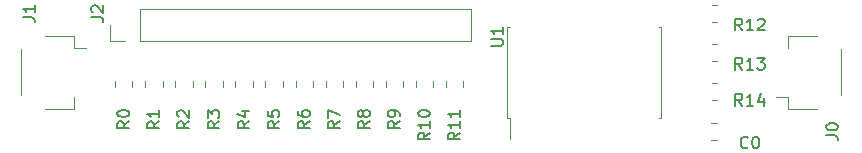
<source format=gbr>
%TF.GenerationSoftware,KiCad,Pcbnew,6.0.4*%
%TF.CreationDate,2022-04-30T16:21:22-07:00*%
%TF.ProjectId,pcb,7063622e-6b69-4636-9164-5f7063625858,rev?*%
%TF.SameCoordinates,Original*%
%TF.FileFunction,Legend,Top*%
%TF.FilePolarity,Positive*%
%FSLAX46Y46*%
G04 Gerber Fmt 4.6, Leading zero omitted, Abs format (unit mm)*
G04 Created by KiCad (PCBNEW 6.0.4) date 2022-04-30 16:21:22*
%MOMM*%
%LPD*%
G01*
G04 APERTURE LIST*
%ADD10C,0.150000*%
%ADD11C,0.120000*%
G04 APERTURE END LIST*
D10*
%TO.C,J2*%
X130262380Y-104333333D02*
X130976666Y-104333333D01*
X131119523Y-104380952D01*
X131214761Y-104476190D01*
X131262380Y-104619047D01*
X131262380Y-104714285D01*
X130357619Y-103904761D02*
X130310000Y-103857142D01*
X130262380Y-103761904D01*
X130262380Y-103523809D01*
X130310000Y-103428571D01*
X130357619Y-103380952D01*
X130452857Y-103333333D01*
X130548095Y-103333333D01*
X130690952Y-103380952D01*
X131262380Y-103952380D01*
X131262380Y-103333333D01*
%TO.C,U1*%
X164092380Y-106761904D02*
X164901904Y-106761904D01*
X164997142Y-106714285D01*
X165044761Y-106666666D01*
X165092380Y-106571428D01*
X165092380Y-106380952D01*
X165044761Y-106285714D01*
X164997142Y-106238095D01*
X164901904Y-106190476D01*
X164092380Y-106190476D01*
X165092380Y-105190476D02*
X165092380Y-105761904D01*
X165092380Y-105476190D02*
X164092380Y-105476190D01*
X164235238Y-105571428D01*
X164330476Y-105666666D01*
X164378095Y-105761904D01*
%TO.C,R14*%
X185357142Y-111834046D02*
X185023809Y-111357856D01*
X184785714Y-111834046D02*
X184785714Y-110834046D01*
X185166666Y-110834046D01*
X185261904Y-110881666D01*
X185309523Y-110929285D01*
X185357142Y-111024523D01*
X185357142Y-111167380D01*
X185309523Y-111262618D01*
X185261904Y-111310237D01*
X185166666Y-111357856D01*
X184785714Y-111357856D01*
X186309523Y-111834046D02*
X185738095Y-111834046D01*
X186023809Y-111834046D02*
X186023809Y-110834046D01*
X185928571Y-110976904D01*
X185833333Y-111072142D01*
X185738095Y-111119761D01*
X187166666Y-111167380D02*
X187166666Y-111834046D01*
X186928571Y-110786427D02*
X186690476Y-111500713D01*
X187309523Y-111500713D01*
%TO.C,R4*%
X143634202Y-113166666D02*
X143158012Y-113500000D01*
X143634202Y-113738095D02*
X142634202Y-113738095D01*
X142634202Y-113357142D01*
X142681822Y-113261904D01*
X142729441Y-113214285D01*
X142824679Y-113166666D01*
X142967536Y-113166666D01*
X143062774Y-113214285D01*
X143110393Y-113261904D01*
X143158012Y-113357142D01*
X143158012Y-113738095D01*
X142967536Y-112309523D02*
X143634202Y-112309523D01*
X142586583Y-112547619D02*
X143300869Y-112785714D01*
X143300869Y-112166666D01*
%TO.C,J1*%
X124452380Y-104333333D02*
X125166666Y-104333333D01*
X125309523Y-104380952D01*
X125404761Y-104476190D01*
X125452380Y-104619047D01*
X125452380Y-104714285D01*
X125452380Y-103333333D02*
X125452380Y-103904761D01*
X125452380Y-103619047D02*
X124452380Y-103619047D01*
X124595238Y-103714285D01*
X124690476Y-103809523D01*
X124738095Y-103904761D01*
%TO.C,C0*%
X185833333Y-115357142D02*
X185785714Y-115404761D01*
X185642857Y-115452380D01*
X185547619Y-115452380D01*
X185404761Y-115404761D01*
X185309523Y-115309523D01*
X185261904Y-115214285D01*
X185214285Y-115023809D01*
X185214285Y-114880952D01*
X185261904Y-114690476D01*
X185309523Y-114595238D01*
X185404761Y-114500000D01*
X185547619Y-114452380D01*
X185642857Y-114452380D01*
X185785714Y-114500000D01*
X185833333Y-114547619D01*
X186452380Y-114452380D02*
X186547619Y-114452380D01*
X186642857Y-114500000D01*
X186690476Y-114547619D01*
X186738095Y-114642857D01*
X186785714Y-114833333D01*
X186785714Y-115071428D01*
X186738095Y-115261904D01*
X186690476Y-115357142D01*
X186642857Y-115404761D01*
X186547619Y-115452380D01*
X186452380Y-115452380D01*
X186357142Y-115404761D01*
X186309523Y-115357142D01*
X186261904Y-115261904D01*
X186214285Y-115071428D01*
X186214285Y-114833333D01*
X186261904Y-114642857D01*
X186309523Y-114547619D01*
X186357142Y-114500000D01*
X186452380Y-114452380D01*
%TO.C,R1*%
X135997840Y-113166666D02*
X135521650Y-113500000D01*
X135997840Y-113738095D02*
X134997840Y-113738095D01*
X134997840Y-113357142D01*
X135045460Y-113261904D01*
X135093079Y-113214285D01*
X135188317Y-113166666D01*
X135331174Y-113166666D01*
X135426412Y-113214285D01*
X135474031Y-113261904D01*
X135521650Y-113357142D01*
X135521650Y-113738095D01*
X135997840Y-112214285D02*
X135997840Y-112785714D01*
X135997840Y-112500000D02*
X134997840Y-112500000D01*
X135140698Y-112595238D01*
X135235936Y-112690476D01*
X135283555Y-112785714D01*
%TO.C,R8*%
X153816018Y-113166666D02*
X153339828Y-113500000D01*
X153816018Y-113738095D02*
X152816018Y-113738095D01*
X152816018Y-113357142D01*
X152863638Y-113261904D01*
X152911257Y-113214285D01*
X153006495Y-113166666D01*
X153149352Y-113166666D01*
X153244590Y-113214285D01*
X153292209Y-113261904D01*
X153339828Y-113357142D01*
X153339828Y-113738095D01*
X153244590Y-112595238D02*
X153196971Y-112690476D01*
X153149352Y-112738095D01*
X153054114Y-112785714D01*
X153006495Y-112785714D01*
X152911257Y-112738095D01*
X152863638Y-112690476D01*
X152816018Y-112595238D01*
X152816018Y-112404761D01*
X152863638Y-112309523D01*
X152911257Y-112261904D01*
X153006495Y-112214285D01*
X153054114Y-112214285D01*
X153149352Y-112261904D01*
X153196971Y-112309523D01*
X153244590Y-112404761D01*
X153244590Y-112595238D01*
X153292209Y-112690476D01*
X153339828Y-112738095D01*
X153435066Y-112785714D01*
X153625542Y-112785714D01*
X153720780Y-112738095D01*
X153768399Y-112690476D01*
X153816018Y-112595238D01*
X153816018Y-112404761D01*
X153768399Y-112309523D01*
X153720780Y-112261904D01*
X153625542Y-112214285D01*
X153435066Y-112214285D01*
X153339828Y-112261904D01*
X153292209Y-112309523D01*
X153244590Y-112404761D01*
%TO.C,J0*%
X192452380Y-114333333D02*
X193166666Y-114333333D01*
X193309523Y-114380952D01*
X193404761Y-114476190D01*
X193452380Y-114619047D01*
X193452380Y-114714285D01*
X192452380Y-113666666D02*
X192452380Y-113571428D01*
X192500000Y-113476190D01*
X192547619Y-113428571D01*
X192642857Y-113380952D01*
X192833333Y-113333333D01*
X193071428Y-113333333D01*
X193261904Y-113380952D01*
X193357142Y-113428571D01*
X193404761Y-113476190D01*
X193452380Y-113571428D01*
X193452380Y-113666666D01*
X193404761Y-113761904D01*
X193357142Y-113809523D01*
X193261904Y-113857142D01*
X193071428Y-113904761D01*
X192833333Y-113904761D01*
X192642857Y-113857142D01*
X192547619Y-113809523D01*
X192500000Y-113761904D01*
X192452380Y-113666666D01*
%TO.C,R9*%
X156361472Y-113166666D02*
X155885282Y-113500000D01*
X156361472Y-113738095D02*
X155361472Y-113738095D01*
X155361472Y-113357142D01*
X155409092Y-113261904D01*
X155456711Y-113214285D01*
X155551949Y-113166666D01*
X155694806Y-113166666D01*
X155790044Y-113214285D01*
X155837663Y-113261904D01*
X155885282Y-113357142D01*
X155885282Y-113738095D01*
X156361472Y-112690476D02*
X156361472Y-112500000D01*
X156313853Y-112404761D01*
X156266234Y-112357142D01*
X156123377Y-112261904D01*
X155932901Y-112214285D01*
X155551949Y-112214285D01*
X155456711Y-112261904D01*
X155409092Y-112309523D01*
X155361472Y-112404761D01*
X155361472Y-112595238D01*
X155409092Y-112690476D01*
X155456711Y-112738095D01*
X155551949Y-112785714D01*
X155790044Y-112785714D01*
X155885282Y-112738095D01*
X155932901Y-112690476D01*
X155980520Y-112595238D01*
X155980520Y-112404761D01*
X155932901Y-112309523D01*
X155885282Y-112261904D01*
X155790044Y-112214285D01*
%TO.C,R13*%
X185357142Y-108775713D02*
X185023809Y-108299523D01*
X184785714Y-108775713D02*
X184785714Y-107775713D01*
X185166666Y-107775713D01*
X185261904Y-107823333D01*
X185309523Y-107870952D01*
X185357142Y-107966190D01*
X185357142Y-108109047D01*
X185309523Y-108204285D01*
X185261904Y-108251904D01*
X185166666Y-108299523D01*
X184785714Y-108299523D01*
X186309523Y-108775713D02*
X185738095Y-108775713D01*
X186023809Y-108775713D02*
X186023809Y-107775713D01*
X185928571Y-107918571D01*
X185833333Y-108013809D01*
X185738095Y-108061428D01*
X186642857Y-107775713D02*
X187261904Y-107775713D01*
X186928571Y-108156666D01*
X187071428Y-108156666D01*
X187166666Y-108204285D01*
X187214285Y-108251904D01*
X187261904Y-108347142D01*
X187261904Y-108585237D01*
X187214285Y-108680475D01*
X187166666Y-108728094D01*
X187071428Y-108775713D01*
X186785714Y-108775713D01*
X186690476Y-108728094D01*
X186642857Y-108680475D01*
%TO.C,R12*%
X185357142Y-105452380D02*
X185023809Y-104976190D01*
X184785714Y-105452380D02*
X184785714Y-104452380D01*
X185166666Y-104452380D01*
X185261904Y-104500000D01*
X185309523Y-104547619D01*
X185357142Y-104642857D01*
X185357142Y-104785714D01*
X185309523Y-104880952D01*
X185261904Y-104928571D01*
X185166666Y-104976190D01*
X184785714Y-104976190D01*
X186309523Y-105452380D02*
X185738095Y-105452380D01*
X186023809Y-105452380D02*
X186023809Y-104452380D01*
X185928571Y-104595238D01*
X185833333Y-104690476D01*
X185738095Y-104738095D01*
X186690476Y-104547619D02*
X186738095Y-104500000D01*
X186833333Y-104452380D01*
X187071428Y-104452380D01*
X187166666Y-104500000D01*
X187214285Y-104547619D01*
X187261904Y-104642857D01*
X187261904Y-104738095D01*
X187214285Y-104880952D01*
X186642857Y-105452380D01*
X187261904Y-105452380D01*
%TO.C,R6*%
X148725110Y-113166666D02*
X148248920Y-113500000D01*
X148725110Y-113738095D02*
X147725110Y-113738095D01*
X147725110Y-113357142D01*
X147772730Y-113261904D01*
X147820349Y-113214285D01*
X147915587Y-113166666D01*
X148058444Y-113166666D01*
X148153682Y-113214285D01*
X148201301Y-113261904D01*
X148248920Y-113357142D01*
X148248920Y-113738095D01*
X147725110Y-112309523D02*
X147725110Y-112500000D01*
X147772730Y-112595238D01*
X147820349Y-112642857D01*
X147963206Y-112738095D01*
X148153682Y-112785714D01*
X148534634Y-112785714D01*
X148629872Y-112738095D01*
X148677491Y-112690476D01*
X148725110Y-112595238D01*
X148725110Y-112404761D01*
X148677491Y-112309523D01*
X148629872Y-112261904D01*
X148534634Y-112214285D01*
X148296539Y-112214285D01*
X148201301Y-112261904D01*
X148153682Y-112309523D01*
X148106063Y-112404761D01*
X148106063Y-112595238D01*
X148153682Y-112690476D01*
X148201301Y-112738095D01*
X148296539Y-112785714D01*
%TO.C,R5*%
X146179656Y-113166666D02*
X145703466Y-113500000D01*
X146179656Y-113738095D02*
X145179656Y-113738095D01*
X145179656Y-113357142D01*
X145227276Y-113261904D01*
X145274895Y-113214285D01*
X145370133Y-113166666D01*
X145512990Y-113166666D01*
X145608228Y-113214285D01*
X145655847Y-113261904D01*
X145703466Y-113357142D01*
X145703466Y-113738095D01*
X145179656Y-112261904D02*
X145179656Y-112738095D01*
X145655847Y-112785714D01*
X145608228Y-112738095D01*
X145560609Y-112642857D01*
X145560609Y-112404761D01*
X145608228Y-112309523D01*
X145655847Y-112261904D01*
X145751085Y-112214285D01*
X145989180Y-112214285D01*
X146084418Y-112261904D01*
X146132037Y-112309523D01*
X146179656Y-112404761D01*
X146179656Y-112642857D01*
X146132037Y-112738095D01*
X146084418Y-112785714D01*
%TO.C,R7*%
X151270564Y-113166666D02*
X150794374Y-113500000D01*
X151270564Y-113738095D02*
X150270564Y-113738095D01*
X150270564Y-113357142D01*
X150318184Y-113261904D01*
X150365803Y-113214285D01*
X150461041Y-113166666D01*
X150603898Y-113166666D01*
X150699136Y-113214285D01*
X150746755Y-113261904D01*
X150794374Y-113357142D01*
X150794374Y-113738095D01*
X150270564Y-112833333D02*
X150270564Y-112166666D01*
X151270564Y-112595238D01*
%TO.C,R10*%
X158906926Y-114119048D02*
X158430736Y-114452381D01*
X158906926Y-114690476D02*
X157906926Y-114690476D01*
X157906926Y-114309524D01*
X157954546Y-114214286D01*
X158002165Y-114166667D01*
X158097403Y-114119048D01*
X158240260Y-114119048D01*
X158335498Y-114166667D01*
X158383117Y-114214286D01*
X158430736Y-114309524D01*
X158430736Y-114690476D01*
X158906926Y-113166667D02*
X158906926Y-113738095D01*
X158906926Y-113452381D02*
X157906926Y-113452381D01*
X158049784Y-113547619D01*
X158145022Y-113642857D01*
X158192641Y-113738095D01*
X157906926Y-112547619D02*
X157906926Y-112452381D01*
X157954546Y-112357143D01*
X158002165Y-112309524D01*
X158097403Y-112261905D01*
X158287879Y-112214286D01*
X158525974Y-112214286D01*
X158716450Y-112261905D01*
X158811688Y-112309524D01*
X158859307Y-112357143D01*
X158906926Y-112452381D01*
X158906926Y-112547619D01*
X158859307Y-112642857D01*
X158811688Y-112690476D01*
X158716450Y-112738095D01*
X158525974Y-112785714D01*
X158287879Y-112785714D01*
X158097403Y-112738095D01*
X158002165Y-112690476D01*
X157954546Y-112642857D01*
X157906926Y-112547619D01*
%TO.C,R2*%
X138543294Y-113166666D02*
X138067104Y-113500000D01*
X138543294Y-113738095D02*
X137543294Y-113738095D01*
X137543294Y-113357142D01*
X137590914Y-113261904D01*
X137638533Y-113214285D01*
X137733771Y-113166666D01*
X137876628Y-113166666D01*
X137971866Y-113214285D01*
X138019485Y-113261904D01*
X138067104Y-113357142D01*
X138067104Y-113738095D01*
X137638533Y-112785714D02*
X137590914Y-112738095D01*
X137543294Y-112642857D01*
X137543294Y-112404761D01*
X137590914Y-112309523D01*
X137638533Y-112261904D01*
X137733771Y-112214285D01*
X137829009Y-112214285D01*
X137971866Y-112261904D01*
X138543294Y-112833333D01*
X138543294Y-112214285D01*
%TO.C,R3*%
X141088748Y-113166666D02*
X140612558Y-113500000D01*
X141088748Y-113738095D02*
X140088748Y-113738095D01*
X140088748Y-113357142D01*
X140136368Y-113261904D01*
X140183987Y-113214285D01*
X140279225Y-113166666D01*
X140422082Y-113166666D01*
X140517320Y-113214285D01*
X140564939Y-113261904D01*
X140612558Y-113357142D01*
X140612558Y-113738095D01*
X140088748Y-112833333D02*
X140088748Y-112214285D01*
X140469701Y-112547619D01*
X140469701Y-112404761D01*
X140517320Y-112309523D01*
X140564939Y-112261904D01*
X140660177Y-112214285D01*
X140898272Y-112214285D01*
X140993510Y-112261904D01*
X141041129Y-112309523D01*
X141088748Y-112404761D01*
X141088748Y-112690476D01*
X141041129Y-112785714D01*
X140993510Y-112833333D01*
%TO.C,R11*%
X161452380Y-114119048D02*
X160976190Y-114452381D01*
X161452380Y-114690476D02*
X160452380Y-114690476D01*
X160452380Y-114309524D01*
X160500000Y-114214286D01*
X160547619Y-114166667D01*
X160642857Y-114119048D01*
X160785714Y-114119048D01*
X160880952Y-114166667D01*
X160928571Y-114214286D01*
X160976190Y-114309524D01*
X160976190Y-114690476D01*
X161452380Y-113166667D02*
X161452380Y-113738095D01*
X161452380Y-113452381D02*
X160452380Y-113452381D01*
X160595238Y-113547619D01*
X160690476Y-113642857D01*
X160738095Y-113738095D01*
X161452380Y-112214286D02*
X161452380Y-112785714D01*
X161452380Y-112500000D02*
X160452380Y-112500000D01*
X160595238Y-112595238D01*
X160690476Y-112690476D01*
X160738095Y-112785714D01*
%TO.C,R0*%
X133452380Y-113166666D02*
X132976190Y-113500000D01*
X133452380Y-113738095D02*
X132452380Y-113738095D01*
X132452380Y-113357142D01*
X132500000Y-113261904D01*
X132547619Y-113214285D01*
X132642857Y-113166666D01*
X132785714Y-113166666D01*
X132880952Y-113214285D01*
X132928571Y-113261904D01*
X132976190Y-113357142D01*
X132976190Y-113738095D01*
X132452380Y-112547619D02*
X132452380Y-112452380D01*
X132500000Y-112357142D01*
X132547619Y-112309523D01*
X132642857Y-112261904D01*
X132833333Y-112214285D01*
X133071428Y-112214285D01*
X133261904Y-112261904D01*
X133357142Y-112309523D01*
X133404761Y-112357142D01*
X133452380Y-112452380D01*
X133452380Y-112547619D01*
X133404761Y-112642857D01*
X133357142Y-112690476D01*
X133261904Y-112738095D01*
X133071428Y-112785714D01*
X132833333Y-112785714D01*
X132642857Y-112738095D01*
X132547619Y-112690476D01*
X132500000Y-112642857D01*
X132452380Y-112547619D01*
D11*
%TO.C,J2*%
X134410000Y-103670000D02*
X162410000Y-103670000D01*
X133140000Y-106330000D02*
X131810000Y-106330000D01*
X162410000Y-106330000D02*
X162410000Y-103670000D01*
X134410000Y-106330000D02*
X162410000Y-106330000D01*
X131810000Y-106330000D02*
X131810000Y-105000000D01*
X134410000Y-106330000D02*
X134410000Y-103670000D01*
%TO.C,U1*%
X178522500Y-109000000D02*
X178522500Y-112870000D01*
X165725000Y-112870000D02*
X165725000Y-114675000D01*
X165477500Y-109000000D02*
X165477500Y-105130000D01*
X178522500Y-105130000D02*
X178275000Y-105130000D01*
X165477500Y-112870000D02*
X165725000Y-112870000D01*
X178522500Y-112870000D02*
X178275000Y-112870000D01*
X165477500Y-105130000D02*
X165725000Y-105130000D01*
X165477500Y-109000000D02*
X165477500Y-112870000D01*
X178522500Y-109000000D02*
X178522500Y-105130000D01*
%TO.C,R14*%
X182772936Y-111381666D02*
X183227064Y-111381666D01*
X182772936Y-109911666D02*
X183227064Y-109911666D01*
%TO.C,R4*%
X143916822Y-109772936D02*
X143916822Y-110227064D01*
X142446822Y-109772936D02*
X142446822Y-110227064D01*
%TO.C,J1*%
X126285000Y-105890000D02*
X128785000Y-105890000D01*
X128785000Y-106940000D02*
X129775000Y-106940000D01*
X128785000Y-105890000D02*
X128785000Y-106940000D01*
X124315000Y-107060000D02*
X124315000Y-110940000D01*
X126285000Y-112110000D02*
X128785000Y-112110000D01*
X128785000Y-112110000D02*
X128785000Y-111060000D01*
%TO.C,C0*%
X183223752Y-113265000D02*
X182701248Y-113265000D01*
X183223752Y-114735000D02*
X182701248Y-114735000D01*
%TO.C,R1*%
X136280460Y-109772936D02*
X136280460Y-110227064D01*
X134810460Y-109772936D02*
X134810460Y-110227064D01*
%TO.C,R8*%
X152628638Y-109772936D02*
X152628638Y-110227064D01*
X154098638Y-109772936D02*
X154098638Y-110227064D01*
%TO.C,J0*%
X193685000Y-110940000D02*
X193685000Y-107060000D01*
X191715000Y-112110000D02*
X189215000Y-112110000D01*
X191715000Y-105890000D02*
X189215000Y-105890000D01*
X189215000Y-111060000D02*
X188225000Y-111060000D01*
X189215000Y-112110000D02*
X189215000Y-111060000D01*
X189215000Y-105890000D02*
X189215000Y-106940000D01*
%TO.C,R9*%
X156644092Y-109772936D02*
X156644092Y-110227064D01*
X155174092Y-109772936D02*
X155174092Y-110227064D01*
%TO.C,R13*%
X182772936Y-106588333D02*
X183227064Y-106588333D01*
X182772936Y-108058333D02*
X183227064Y-108058333D01*
%TO.C,R12*%
X182772936Y-104735000D02*
X183227064Y-104735000D01*
X182772936Y-103265000D02*
X183227064Y-103265000D01*
%TO.C,R6*%
X149007730Y-109772936D02*
X149007730Y-110227064D01*
X147537730Y-109772936D02*
X147537730Y-110227064D01*
%TO.C,R5*%
X144992276Y-109772936D02*
X144992276Y-110227064D01*
X146462276Y-109772936D02*
X146462276Y-110227064D01*
%TO.C,R7*%
X151553184Y-109772936D02*
X151553184Y-110227064D01*
X150083184Y-109772936D02*
X150083184Y-110227064D01*
%TO.C,R10*%
X157719546Y-109772936D02*
X157719546Y-110227064D01*
X159189546Y-109772936D02*
X159189546Y-110227064D01*
%TO.C,R2*%
X137355914Y-109772936D02*
X137355914Y-110227064D01*
X138825914Y-109772936D02*
X138825914Y-110227064D01*
%TO.C,R3*%
X139901368Y-109772936D02*
X139901368Y-110227064D01*
X141371368Y-109772936D02*
X141371368Y-110227064D01*
%TO.C,R11*%
X161735000Y-109772936D02*
X161735000Y-110227064D01*
X160265000Y-109772936D02*
X160265000Y-110227064D01*
%TO.C,R0*%
X132265000Y-109772936D02*
X132265000Y-110227064D01*
X133735000Y-109772936D02*
X133735000Y-110227064D01*
%TD*%
M02*

</source>
